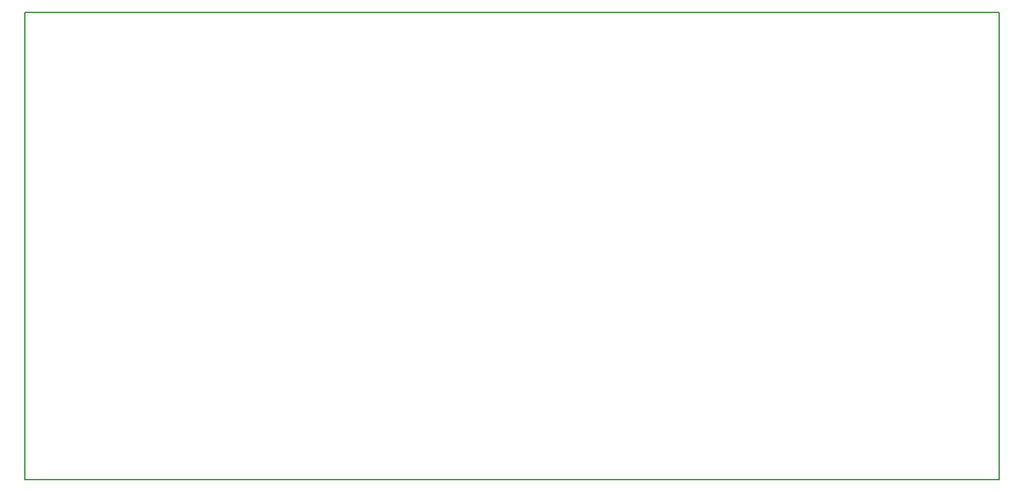
<source format=gko>
G04 #@! TF.FileFunction,Profile,NP*
%FSLAX46Y46*%
G04 Gerber Fmt 4.6, Leading zero omitted, Abs format (unit mm)*
G04 Created by KiCad (PCBNEW 4.0.7) date 11/16/17 10:54:23*
%MOMM*%
%LPD*%
G01*
G04 APERTURE LIST*
%ADD10C,0.100000*%
%ADD11C,0.150000*%
G04 APERTURE END LIST*
D10*
D11*
X242800000Y-64800000D02*
X123200000Y-64800000D01*
X242800000Y-122200000D02*
X242800000Y-64800000D01*
X123200000Y-122200000D02*
X242800000Y-122200000D01*
X123200000Y-64800000D02*
X123200000Y-122200000D01*
M02*

</source>
